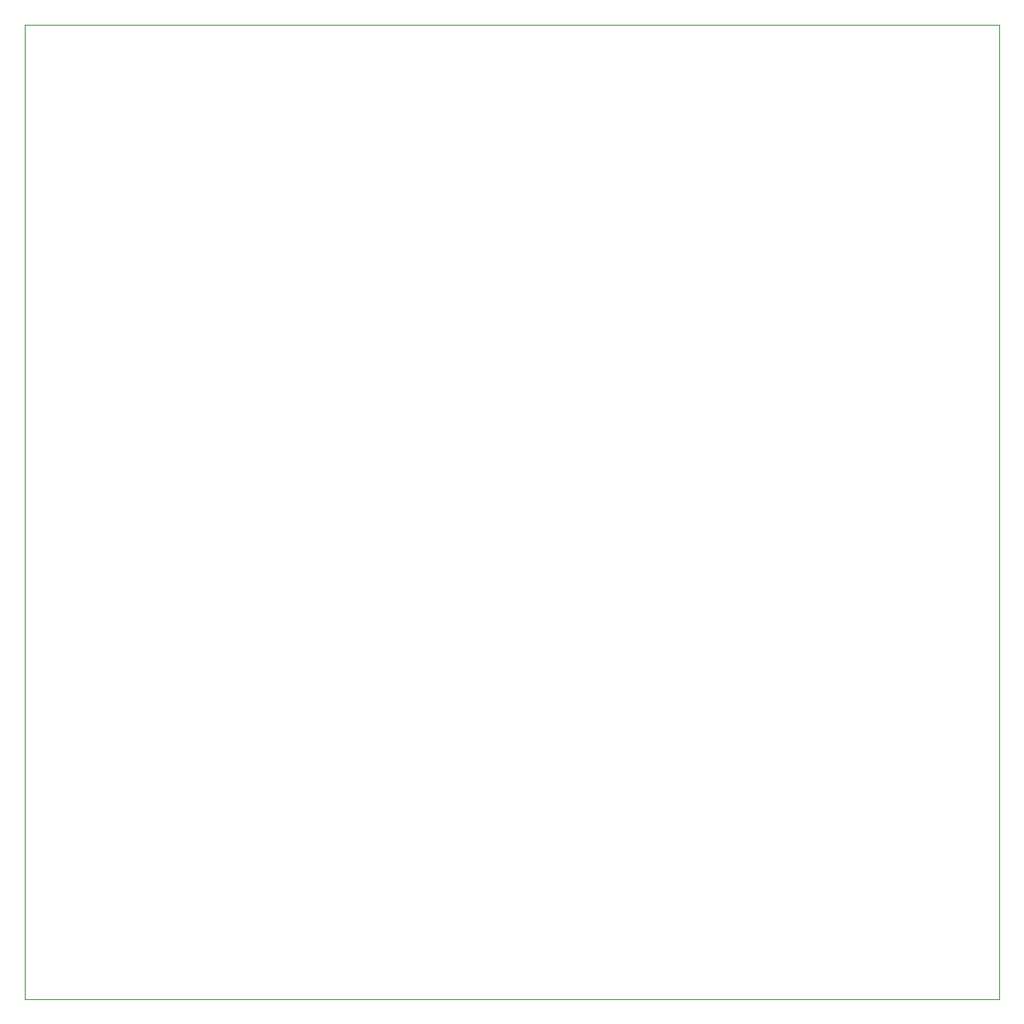
<source format=gbr>
G04 #@! TF.GenerationSoftware,KiCad,Pcbnew,5.1.5+dfsg1-2build2*
G04 #@! TF.CreationDate,2020-09-07T21:26:50+02:00*
G04 #@! TF.ProjectId,hardware,68617264-7761-4726-952e-6b696361645f,rev?*
G04 #@! TF.SameCoordinates,PX18392c0PY776bc70*
G04 #@! TF.FileFunction,Profile,NP*
%FSLAX46Y46*%
G04 Gerber Fmt 4.6, Leading zero omitted, Abs format (unit mm)*
G04 Created by KiCad (PCBNEW 5.1.5+dfsg1-2build2) date 2020-09-07 21:26:50*
%MOMM*%
%LPD*%
G04 APERTURE LIST*
%ADD10C,0.100000*%
G04 APERTURE END LIST*
D10*
X0Y99822000D02*
X0Y0D01*
X99822000Y99822000D02*
X0Y99822000D01*
X99822000Y0D02*
X99822000Y99822000D01*
X0Y0D02*
X99822000Y0D01*
M02*

</source>
